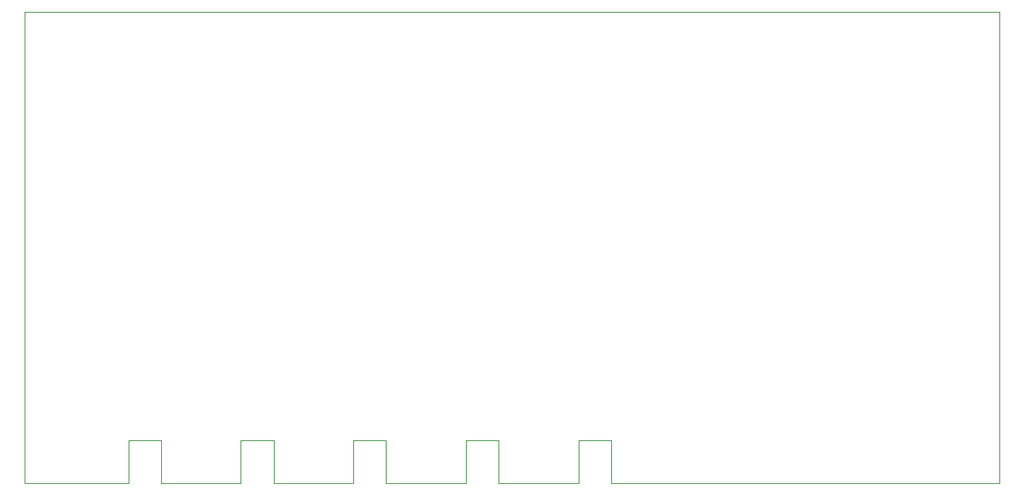
<source format=gko>
G04 #@! TF.GenerationSoftware,KiCad,Pcbnew,5.1.5*
G04 #@! TF.CreationDate,2020-07-14T01:00:17+09:00*
G04 #@! TF.ProjectId,teabiscuits_compute,74656162-6973-4637-9569-74735f636f6d,rev?*
G04 #@! TF.SameCoordinates,Original*
G04 #@! TF.FileFunction,Profile,NP*
%FSLAX46Y46*%
G04 Gerber Fmt 4.6, Leading zero omitted, Abs format (unit mm)*
G04 Created by KiCad (PCBNEW 5.1.5) date 2020-07-14 01:00:17*
%MOMM*%
%LPD*%
G04 APERTURE LIST*
%ADD10C,0.050000*%
%ADD11C,0.100000*%
G04 APERTURE END LIST*
D10*
X173810000Y-148000000D02*
X215250000Y-148000000D01*
X161810000Y-148000000D02*
X170310000Y-148000000D01*
X149810000Y-148000000D02*
X158310000Y-148000000D01*
X137810000Y-148000000D02*
X146310000Y-148000000D01*
X125810000Y-148000000D02*
X134310000Y-148000000D01*
X111250000Y-148000000D02*
X122310000Y-148000000D01*
X215250000Y-97750000D02*
X215250000Y-148000000D01*
X111250000Y-97750000D02*
X215250000Y-97750000D01*
X111250000Y-148000000D02*
X111250000Y-97750000D01*
D11*
X173810000Y-148000000D02*
X173810000Y-143500000D01*
X173810000Y-143500000D02*
X170310000Y-143500000D01*
X170310000Y-143500000D02*
X170310000Y-148000000D01*
X161810000Y-148000000D02*
X161810000Y-143500000D01*
X161810000Y-143500000D02*
X158310000Y-143500000D01*
X158310000Y-143500000D02*
X158310000Y-148000000D01*
X149810000Y-148000000D02*
X149810000Y-143500000D01*
X149810000Y-143500000D02*
X146310000Y-143500000D01*
X146310000Y-143500000D02*
X146310000Y-148000000D01*
X122310000Y-143500000D02*
X122310000Y-148000000D01*
X125810000Y-143500000D02*
X122310000Y-143500000D01*
X125810000Y-148000000D02*
X125810000Y-143500000D01*
X134310000Y-143500000D02*
X134310000Y-148000000D01*
X137810000Y-143500000D02*
X134310000Y-143500000D01*
X137810000Y-148000000D02*
X137810000Y-143500000D01*
M02*

</source>
